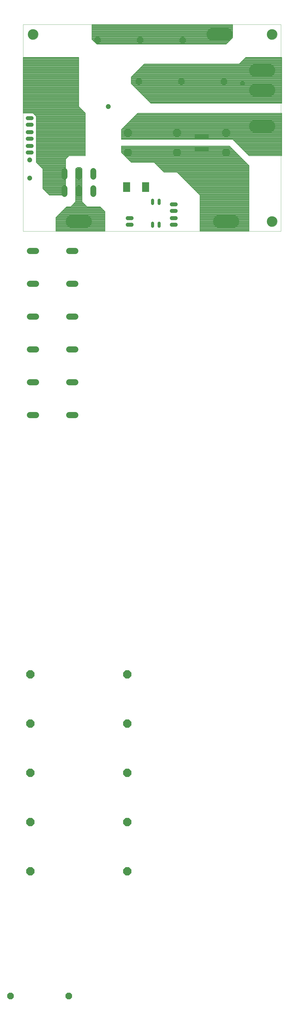
<source format=gbs>
G75*
%MOIN*%
%OFA0B0*%
%FSLAX25Y25*%
%IPPOS*%
%LPD*%
%AMOC8*
5,1,8,0,0,1.08239X$1,22.5*
%
%ADD10C,0.00000*%
%ADD11C,0.15748*%
%ADD12C,0.00787*%
%ADD13C,0.05906*%
%ADD14C,0.08850*%
%ADD15C,0.09450*%
%ADD16OC8,0.12400*%
%ADD17C,0.12400*%
%ADD18C,0.02000*%
%ADD19R,0.21654X0.07283*%
%ADD20C,0.20000*%
%ADD21C,0.07400*%
%ADD22OC8,0.10000*%
%ADD23R,0.11024X0.14961*%
%ADD24C,0.04800*%
D10*
X0028800Y1187300D02*
X0028800Y1502261D01*
X0422501Y1502261D01*
X0422501Y1187300D01*
X0028800Y1187300D01*
X0035926Y1487300D02*
X0035928Y1487493D01*
X0035935Y1487686D01*
X0035947Y1487879D01*
X0035964Y1488072D01*
X0035985Y1488264D01*
X0036011Y1488455D01*
X0036042Y1488646D01*
X0036077Y1488836D01*
X0036117Y1489025D01*
X0036162Y1489213D01*
X0036211Y1489400D01*
X0036265Y1489586D01*
X0036323Y1489770D01*
X0036386Y1489953D01*
X0036454Y1490134D01*
X0036525Y1490313D01*
X0036602Y1490491D01*
X0036682Y1490667D01*
X0036767Y1490840D01*
X0036856Y1491012D01*
X0036949Y1491181D01*
X0037046Y1491348D01*
X0037148Y1491513D01*
X0037253Y1491675D01*
X0037362Y1491834D01*
X0037476Y1491991D01*
X0037593Y1492144D01*
X0037713Y1492295D01*
X0037838Y1492443D01*
X0037966Y1492588D01*
X0038097Y1492729D01*
X0038232Y1492868D01*
X0038371Y1493003D01*
X0038512Y1493134D01*
X0038657Y1493262D01*
X0038805Y1493387D01*
X0038956Y1493507D01*
X0039109Y1493624D01*
X0039266Y1493738D01*
X0039425Y1493847D01*
X0039587Y1493952D01*
X0039752Y1494054D01*
X0039919Y1494151D01*
X0040088Y1494244D01*
X0040260Y1494333D01*
X0040433Y1494418D01*
X0040609Y1494498D01*
X0040787Y1494575D01*
X0040966Y1494646D01*
X0041147Y1494714D01*
X0041330Y1494777D01*
X0041514Y1494835D01*
X0041700Y1494889D01*
X0041887Y1494938D01*
X0042075Y1494983D01*
X0042264Y1495023D01*
X0042454Y1495058D01*
X0042645Y1495089D01*
X0042836Y1495115D01*
X0043028Y1495136D01*
X0043221Y1495153D01*
X0043414Y1495165D01*
X0043607Y1495172D01*
X0043800Y1495174D01*
X0043993Y1495172D01*
X0044186Y1495165D01*
X0044379Y1495153D01*
X0044572Y1495136D01*
X0044764Y1495115D01*
X0044955Y1495089D01*
X0045146Y1495058D01*
X0045336Y1495023D01*
X0045525Y1494983D01*
X0045713Y1494938D01*
X0045900Y1494889D01*
X0046086Y1494835D01*
X0046270Y1494777D01*
X0046453Y1494714D01*
X0046634Y1494646D01*
X0046813Y1494575D01*
X0046991Y1494498D01*
X0047167Y1494418D01*
X0047340Y1494333D01*
X0047512Y1494244D01*
X0047681Y1494151D01*
X0047848Y1494054D01*
X0048013Y1493952D01*
X0048175Y1493847D01*
X0048334Y1493738D01*
X0048491Y1493624D01*
X0048644Y1493507D01*
X0048795Y1493387D01*
X0048943Y1493262D01*
X0049088Y1493134D01*
X0049229Y1493003D01*
X0049368Y1492868D01*
X0049503Y1492729D01*
X0049634Y1492588D01*
X0049762Y1492443D01*
X0049887Y1492295D01*
X0050007Y1492144D01*
X0050124Y1491991D01*
X0050238Y1491834D01*
X0050347Y1491675D01*
X0050452Y1491513D01*
X0050554Y1491348D01*
X0050651Y1491181D01*
X0050744Y1491012D01*
X0050833Y1490840D01*
X0050918Y1490667D01*
X0050998Y1490491D01*
X0051075Y1490313D01*
X0051146Y1490134D01*
X0051214Y1489953D01*
X0051277Y1489770D01*
X0051335Y1489586D01*
X0051389Y1489400D01*
X0051438Y1489213D01*
X0051483Y1489025D01*
X0051523Y1488836D01*
X0051558Y1488646D01*
X0051589Y1488455D01*
X0051615Y1488264D01*
X0051636Y1488072D01*
X0051653Y1487879D01*
X0051665Y1487686D01*
X0051672Y1487493D01*
X0051674Y1487300D01*
X0051672Y1487107D01*
X0051665Y1486914D01*
X0051653Y1486721D01*
X0051636Y1486528D01*
X0051615Y1486336D01*
X0051589Y1486145D01*
X0051558Y1485954D01*
X0051523Y1485764D01*
X0051483Y1485575D01*
X0051438Y1485387D01*
X0051389Y1485200D01*
X0051335Y1485014D01*
X0051277Y1484830D01*
X0051214Y1484647D01*
X0051146Y1484466D01*
X0051075Y1484287D01*
X0050998Y1484109D01*
X0050918Y1483933D01*
X0050833Y1483760D01*
X0050744Y1483588D01*
X0050651Y1483419D01*
X0050554Y1483252D01*
X0050452Y1483087D01*
X0050347Y1482925D01*
X0050238Y1482766D01*
X0050124Y1482609D01*
X0050007Y1482456D01*
X0049887Y1482305D01*
X0049762Y1482157D01*
X0049634Y1482012D01*
X0049503Y1481871D01*
X0049368Y1481732D01*
X0049229Y1481597D01*
X0049088Y1481466D01*
X0048943Y1481338D01*
X0048795Y1481213D01*
X0048644Y1481093D01*
X0048491Y1480976D01*
X0048334Y1480862D01*
X0048175Y1480753D01*
X0048013Y1480648D01*
X0047848Y1480546D01*
X0047681Y1480449D01*
X0047512Y1480356D01*
X0047340Y1480267D01*
X0047167Y1480182D01*
X0046991Y1480102D01*
X0046813Y1480025D01*
X0046634Y1479954D01*
X0046453Y1479886D01*
X0046270Y1479823D01*
X0046086Y1479765D01*
X0045900Y1479711D01*
X0045713Y1479662D01*
X0045525Y1479617D01*
X0045336Y1479577D01*
X0045146Y1479542D01*
X0044955Y1479511D01*
X0044764Y1479485D01*
X0044572Y1479464D01*
X0044379Y1479447D01*
X0044186Y1479435D01*
X0043993Y1479428D01*
X0043800Y1479426D01*
X0043607Y1479428D01*
X0043414Y1479435D01*
X0043221Y1479447D01*
X0043028Y1479464D01*
X0042836Y1479485D01*
X0042645Y1479511D01*
X0042454Y1479542D01*
X0042264Y1479577D01*
X0042075Y1479617D01*
X0041887Y1479662D01*
X0041700Y1479711D01*
X0041514Y1479765D01*
X0041330Y1479823D01*
X0041147Y1479886D01*
X0040966Y1479954D01*
X0040787Y1480025D01*
X0040609Y1480102D01*
X0040433Y1480182D01*
X0040260Y1480267D01*
X0040088Y1480356D01*
X0039919Y1480449D01*
X0039752Y1480546D01*
X0039587Y1480648D01*
X0039425Y1480753D01*
X0039266Y1480862D01*
X0039109Y1480976D01*
X0038956Y1481093D01*
X0038805Y1481213D01*
X0038657Y1481338D01*
X0038512Y1481466D01*
X0038371Y1481597D01*
X0038232Y1481732D01*
X0038097Y1481871D01*
X0037966Y1482012D01*
X0037838Y1482157D01*
X0037713Y1482305D01*
X0037593Y1482456D01*
X0037476Y1482609D01*
X0037362Y1482766D01*
X0037253Y1482925D01*
X0037148Y1483087D01*
X0037046Y1483252D01*
X0036949Y1483419D01*
X0036856Y1483588D01*
X0036767Y1483760D01*
X0036682Y1483933D01*
X0036602Y1484109D01*
X0036525Y1484287D01*
X0036454Y1484466D01*
X0036386Y1484647D01*
X0036323Y1484830D01*
X0036265Y1485014D01*
X0036211Y1485200D01*
X0036162Y1485387D01*
X0036117Y1485575D01*
X0036077Y1485764D01*
X0036042Y1485954D01*
X0036011Y1486145D01*
X0035985Y1486336D01*
X0035964Y1486528D01*
X0035947Y1486721D01*
X0035935Y1486914D01*
X0035928Y1487107D01*
X0035926Y1487300D01*
X0400926Y1487300D02*
X0400928Y1487493D01*
X0400935Y1487686D01*
X0400947Y1487879D01*
X0400964Y1488072D01*
X0400985Y1488264D01*
X0401011Y1488455D01*
X0401042Y1488646D01*
X0401077Y1488836D01*
X0401117Y1489025D01*
X0401162Y1489213D01*
X0401211Y1489400D01*
X0401265Y1489586D01*
X0401323Y1489770D01*
X0401386Y1489953D01*
X0401454Y1490134D01*
X0401525Y1490313D01*
X0401602Y1490491D01*
X0401682Y1490667D01*
X0401767Y1490840D01*
X0401856Y1491012D01*
X0401949Y1491181D01*
X0402046Y1491348D01*
X0402148Y1491513D01*
X0402253Y1491675D01*
X0402362Y1491834D01*
X0402476Y1491991D01*
X0402593Y1492144D01*
X0402713Y1492295D01*
X0402838Y1492443D01*
X0402966Y1492588D01*
X0403097Y1492729D01*
X0403232Y1492868D01*
X0403371Y1493003D01*
X0403512Y1493134D01*
X0403657Y1493262D01*
X0403805Y1493387D01*
X0403956Y1493507D01*
X0404109Y1493624D01*
X0404266Y1493738D01*
X0404425Y1493847D01*
X0404587Y1493952D01*
X0404752Y1494054D01*
X0404919Y1494151D01*
X0405088Y1494244D01*
X0405260Y1494333D01*
X0405433Y1494418D01*
X0405609Y1494498D01*
X0405787Y1494575D01*
X0405966Y1494646D01*
X0406147Y1494714D01*
X0406330Y1494777D01*
X0406514Y1494835D01*
X0406700Y1494889D01*
X0406887Y1494938D01*
X0407075Y1494983D01*
X0407264Y1495023D01*
X0407454Y1495058D01*
X0407645Y1495089D01*
X0407836Y1495115D01*
X0408028Y1495136D01*
X0408221Y1495153D01*
X0408414Y1495165D01*
X0408607Y1495172D01*
X0408800Y1495174D01*
X0408993Y1495172D01*
X0409186Y1495165D01*
X0409379Y1495153D01*
X0409572Y1495136D01*
X0409764Y1495115D01*
X0409955Y1495089D01*
X0410146Y1495058D01*
X0410336Y1495023D01*
X0410525Y1494983D01*
X0410713Y1494938D01*
X0410900Y1494889D01*
X0411086Y1494835D01*
X0411270Y1494777D01*
X0411453Y1494714D01*
X0411634Y1494646D01*
X0411813Y1494575D01*
X0411991Y1494498D01*
X0412167Y1494418D01*
X0412340Y1494333D01*
X0412512Y1494244D01*
X0412681Y1494151D01*
X0412848Y1494054D01*
X0413013Y1493952D01*
X0413175Y1493847D01*
X0413334Y1493738D01*
X0413491Y1493624D01*
X0413644Y1493507D01*
X0413795Y1493387D01*
X0413943Y1493262D01*
X0414088Y1493134D01*
X0414229Y1493003D01*
X0414368Y1492868D01*
X0414503Y1492729D01*
X0414634Y1492588D01*
X0414762Y1492443D01*
X0414887Y1492295D01*
X0415007Y1492144D01*
X0415124Y1491991D01*
X0415238Y1491834D01*
X0415347Y1491675D01*
X0415452Y1491513D01*
X0415554Y1491348D01*
X0415651Y1491181D01*
X0415744Y1491012D01*
X0415833Y1490840D01*
X0415918Y1490667D01*
X0415998Y1490491D01*
X0416075Y1490313D01*
X0416146Y1490134D01*
X0416214Y1489953D01*
X0416277Y1489770D01*
X0416335Y1489586D01*
X0416389Y1489400D01*
X0416438Y1489213D01*
X0416483Y1489025D01*
X0416523Y1488836D01*
X0416558Y1488646D01*
X0416589Y1488455D01*
X0416615Y1488264D01*
X0416636Y1488072D01*
X0416653Y1487879D01*
X0416665Y1487686D01*
X0416672Y1487493D01*
X0416674Y1487300D01*
X0416672Y1487107D01*
X0416665Y1486914D01*
X0416653Y1486721D01*
X0416636Y1486528D01*
X0416615Y1486336D01*
X0416589Y1486145D01*
X0416558Y1485954D01*
X0416523Y1485764D01*
X0416483Y1485575D01*
X0416438Y1485387D01*
X0416389Y1485200D01*
X0416335Y1485014D01*
X0416277Y1484830D01*
X0416214Y1484647D01*
X0416146Y1484466D01*
X0416075Y1484287D01*
X0415998Y1484109D01*
X0415918Y1483933D01*
X0415833Y1483760D01*
X0415744Y1483588D01*
X0415651Y1483419D01*
X0415554Y1483252D01*
X0415452Y1483087D01*
X0415347Y1482925D01*
X0415238Y1482766D01*
X0415124Y1482609D01*
X0415007Y1482456D01*
X0414887Y1482305D01*
X0414762Y1482157D01*
X0414634Y1482012D01*
X0414503Y1481871D01*
X0414368Y1481732D01*
X0414229Y1481597D01*
X0414088Y1481466D01*
X0413943Y1481338D01*
X0413795Y1481213D01*
X0413644Y1481093D01*
X0413491Y1480976D01*
X0413334Y1480862D01*
X0413175Y1480753D01*
X0413013Y1480648D01*
X0412848Y1480546D01*
X0412681Y1480449D01*
X0412512Y1480356D01*
X0412340Y1480267D01*
X0412167Y1480182D01*
X0411991Y1480102D01*
X0411813Y1480025D01*
X0411634Y1479954D01*
X0411453Y1479886D01*
X0411270Y1479823D01*
X0411086Y1479765D01*
X0410900Y1479711D01*
X0410713Y1479662D01*
X0410525Y1479617D01*
X0410336Y1479577D01*
X0410146Y1479542D01*
X0409955Y1479511D01*
X0409764Y1479485D01*
X0409572Y1479464D01*
X0409379Y1479447D01*
X0409186Y1479435D01*
X0408993Y1479428D01*
X0408800Y1479426D01*
X0408607Y1479428D01*
X0408414Y1479435D01*
X0408221Y1479447D01*
X0408028Y1479464D01*
X0407836Y1479485D01*
X0407645Y1479511D01*
X0407454Y1479542D01*
X0407264Y1479577D01*
X0407075Y1479617D01*
X0406887Y1479662D01*
X0406700Y1479711D01*
X0406514Y1479765D01*
X0406330Y1479823D01*
X0406147Y1479886D01*
X0405966Y1479954D01*
X0405787Y1480025D01*
X0405609Y1480102D01*
X0405433Y1480182D01*
X0405260Y1480267D01*
X0405088Y1480356D01*
X0404919Y1480449D01*
X0404752Y1480546D01*
X0404587Y1480648D01*
X0404425Y1480753D01*
X0404266Y1480862D01*
X0404109Y1480976D01*
X0403956Y1481093D01*
X0403805Y1481213D01*
X0403657Y1481338D01*
X0403512Y1481466D01*
X0403371Y1481597D01*
X0403232Y1481732D01*
X0403097Y1481871D01*
X0402966Y1482012D01*
X0402838Y1482157D01*
X0402713Y1482305D01*
X0402593Y1482456D01*
X0402476Y1482609D01*
X0402362Y1482766D01*
X0402253Y1482925D01*
X0402148Y1483087D01*
X0402046Y1483252D01*
X0401949Y1483419D01*
X0401856Y1483588D01*
X0401767Y1483760D01*
X0401682Y1483933D01*
X0401602Y1484109D01*
X0401525Y1484287D01*
X0401454Y1484466D01*
X0401386Y1484647D01*
X0401323Y1484830D01*
X0401265Y1485014D01*
X0401211Y1485200D01*
X0401162Y1485387D01*
X0401117Y1485575D01*
X0401077Y1485764D01*
X0401042Y1485954D01*
X0401011Y1486145D01*
X0400985Y1486336D01*
X0400964Y1486528D01*
X0400947Y1486721D01*
X0400935Y1486914D01*
X0400928Y1487107D01*
X0400926Y1487300D01*
X0400926Y1202300D02*
X0400928Y1202493D01*
X0400935Y1202686D01*
X0400947Y1202879D01*
X0400964Y1203072D01*
X0400985Y1203264D01*
X0401011Y1203455D01*
X0401042Y1203646D01*
X0401077Y1203836D01*
X0401117Y1204025D01*
X0401162Y1204213D01*
X0401211Y1204400D01*
X0401265Y1204586D01*
X0401323Y1204770D01*
X0401386Y1204953D01*
X0401454Y1205134D01*
X0401525Y1205313D01*
X0401602Y1205491D01*
X0401682Y1205667D01*
X0401767Y1205840D01*
X0401856Y1206012D01*
X0401949Y1206181D01*
X0402046Y1206348D01*
X0402148Y1206513D01*
X0402253Y1206675D01*
X0402362Y1206834D01*
X0402476Y1206991D01*
X0402593Y1207144D01*
X0402713Y1207295D01*
X0402838Y1207443D01*
X0402966Y1207588D01*
X0403097Y1207729D01*
X0403232Y1207868D01*
X0403371Y1208003D01*
X0403512Y1208134D01*
X0403657Y1208262D01*
X0403805Y1208387D01*
X0403956Y1208507D01*
X0404109Y1208624D01*
X0404266Y1208738D01*
X0404425Y1208847D01*
X0404587Y1208952D01*
X0404752Y1209054D01*
X0404919Y1209151D01*
X0405088Y1209244D01*
X0405260Y1209333D01*
X0405433Y1209418D01*
X0405609Y1209498D01*
X0405787Y1209575D01*
X0405966Y1209646D01*
X0406147Y1209714D01*
X0406330Y1209777D01*
X0406514Y1209835D01*
X0406700Y1209889D01*
X0406887Y1209938D01*
X0407075Y1209983D01*
X0407264Y1210023D01*
X0407454Y1210058D01*
X0407645Y1210089D01*
X0407836Y1210115D01*
X0408028Y1210136D01*
X0408221Y1210153D01*
X0408414Y1210165D01*
X0408607Y1210172D01*
X0408800Y1210174D01*
X0408993Y1210172D01*
X0409186Y1210165D01*
X0409379Y1210153D01*
X0409572Y1210136D01*
X0409764Y1210115D01*
X0409955Y1210089D01*
X0410146Y1210058D01*
X0410336Y1210023D01*
X0410525Y1209983D01*
X0410713Y1209938D01*
X0410900Y1209889D01*
X0411086Y1209835D01*
X0411270Y1209777D01*
X0411453Y1209714D01*
X0411634Y1209646D01*
X0411813Y1209575D01*
X0411991Y1209498D01*
X0412167Y1209418D01*
X0412340Y1209333D01*
X0412512Y1209244D01*
X0412681Y1209151D01*
X0412848Y1209054D01*
X0413013Y1208952D01*
X0413175Y1208847D01*
X0413334Y1208738D01*
X0413491Y1208624D01*
X0413644Y1208507D01*
X0413795Y1208387D01*
X0413943Y1208262D01*
X0414088Y1208134D01*
X0414229Y1208003D01*
X0414368Y1207868D01*
X0414503Y1207729D01*
X0414634Y1207588D01*
X0414762Y1207443D01*
X0414887Y1207295D01*
X0415007Y1207144D01*
X0415124Y1206991D01*
X0415238Y1206834D01*
X0415347Y1206675D01*
X0415452Y1206513D01*
X0415554Y1206348D01*
X0415651Y1206181D01*
X0415744Y1206012D01*
X0415833Y1205840D01*
X0415918Y1205667D01*
X0415998Y1205491D01*
X0416075Y1205313D01*
X0416146Y1205134D01*
X0416214Y1204953D01*
X0416277Y1204770D01*
X0416335Y1204586D01*
X0416389Y1204400D01*
X0416438Y1204213D01*
X0416483Y1204025D01*
X0416523Y1203836D01*
X0416558Y1203646D01*
X0416589Y1203455D01*
X0416615Y1203264D01*
X0416636Y1203072D01*
X0416653Y1202879D01*
X0416665Y1202686D01*
X0416672Y1202493D01*
X0416674Y1202300D01*
X0416672Y1202107D01*
X0416665Y1201914D01*
X0416653Y1201721D01*
X0416636Y1201528D01*
X0416615Y1201336D01*
X0416589Y1201145D01*
X0416558Y1200954D01*
X0416523Y1200764D01*
X0416483Y1200575D01*
X0416438Y1200387D01*
X0416389Y1200200D01*
X0416335Y1200014D01*
X0416277Y1199830D01*
X0416214Y1199647D01*
X0416146Y1199466D01*
X0416075Y1199287D01*
X0415998Y1199109D01*
X0415918Y1198933D01*
X0415833Y1198760D01*
X0415744Y1198588D01*
X0415651Y1198419D01*
X0415554Y1198252D01*
X0415452Y1198087D01*
X0415347Y1197925D01*
X0415238Y1197766D01*
X0415124Y1197609D01*
X0415007Y1197456D01*
X0414887Y1197305D01*
X0414762Y1197157D01*
X0414634Y1197012D01*
X0414503Y1196871D01*
X0414368Y1196732D01*
X0414229Y1196597D01*
X0414088Y1196466D01*
X0413943Y1196338D01*
X0413795Y1196213D01*
X0413644Y1196093D01*
X0413491Y1195976D01*
X0413334Y1195862D01*
X0413175Y1195753D01*
X0413013Y1195648D01*
X0412848Y1195546D01*
X0412681Y1195449D01*
X0412512Y1195356D01*
X0412340Y1195267D01*
X0412167Y1195182D01*
X0411991Y1195102D01*
X0411813Y1195025D01*
X0411634Y1194954D01*
X0411453Y1194886D01*
X0411270Y1194823D01*
X0411086Y1194765D01*
X0410900Y1194711D01*
X0410713Y1194662D01*
X0410525Y1194617D01*
X0410336Y1194577D01*
X0410146Y1194542D01*
X0409955Y1194511D01*
X0409764Y1194485D01*
X0409572Y1194464D01*
X0409379Y1194447D01*
X0409186Y1194435D01*
X0408993Y1194428D01*
X0408800Y1194426D01*
X0408607Y1194428D01*
X0408414Y1194435D01*
X0408221Y1194447D01*
X0408028Y1194464D01*
X0407836Y1194485D01*
X0407645Y1194511D01*
X0407454Y1194542D01*
X0407264Y1194577D01*
X0407075Y1194617D01*
X0406887Y1194662D01*
X0406700Y1194711D01*
X0406514Y1194765D01*
X0406330Y1194823D01*
X0406147Y1194886D01*
X0405966Y1194954D01*
X0405787Y1195025D01*
X0405609Y1195102D01*
X0405433Y1195182D01*
X0405260Y1195267D01*
X0405088Y1195356D01*
X0404919Y1195449D01*
X0404752Y1195546D01*
X0404587Y1195648D01*
X0404425Y1195753D01*
X0404266Y1195862D01*
X0404109Y1195976D01*
X0403956Y1196093D01*
X0403805Y1196213D01*
X0403657Y1196338D01*
X0403512Y1196466D01*
X0403371Y1196597D01*
X0403232Y1196732D01*
X0403097Y1196871D01*
X0402966Y1197012D01*
X0402838Y1197157D01*
X0402713Y1197305D01*
X0402593Y1197456D01*
X0402476Y1197609D01*
X0402362Y1197766D01*
X0402253Y1197925D01*
X0402148Y1198087D01*
X0402046Y1198252D01*
X0401949Y1198419D01*
X0401856Y1198588D01*
X0401767Y1198760D01*
X0401682Y1198933D01*
X0401602Y1199109D01*
X0401525Y1199287D01*
X0401454Y1199466D01*
X0401386Y1199647D01*
X0401323Y1199830D01*
X0401265Y1200014D01*
X0401211Y1200200D01*
X0401162Y1200387D01*
X0401117Y1200575D01*
X0401077Y1200764D01*
X0401042Y1200954D01*
X0401011Y1201145D01*
X0400985Y1201336D01*
X0400964Y1201528D01*
X0400947Y1201721D01*
X0400935Y1201914D01*
X0400928Y1202107D01*
X0400926Y1202300D01*
D11*
X0408800Y1202300D03*
X0408800Y1487300D03*
X0043800Y1487300D03*
D12*
X0028800Y1452300D02*
X0113800Y1452300D01*
X0113800Y1377300D01*
X0123800Y1367300D01*
X0123800Y1302300D01*
X0098800Y1302300D01*
X0093800Y1297300D01*
X0093800Y1242300D01*
X0068800Y1242300D01*
X0058800Y1252300D01*
X0058800Y1282300D01*
X0048800Y1292300D01*
X0048800Y1362300D01*
X0043800Y1367300D01*
X0028800Y1367300D01*
X0028800Y1452300D01*
X0028800Y1452153D02*
X0113800Y1452153D01*
X0113800Y1451367D02*
X0028800Y1451367D01*
X0028800Y1450581D02*
X0113800Y1450581D01*
X0113800Y1449795D02*
X0028800Y1449795D01*
X0028800Y1449009D02*
X0113800Y1449009D01*
X0113800Y1448223D02*
X0028800Y1448223D01*
X0028800Y1447437D02*
X0113800Y1447437D01*
X0113800Y1446651D02*
X0028800Y1446651D01*
X0028800Y1445865D02*
X0113800Y1445865D01*
X0113800Y1445079D02*
X0028800Y1445079D01*
X0028800Y1444294D02*
X0113800Y1444294D01*
X0113800Y1443508D02*
X0028800Y1443508D01*
X0028800Y1442722D02*
X0113800Y1442722D01*
X0113800Y1441936D02*
X0028800Y1441936D01*
X0028800Y1441150D02*
X0113800Y1441150D01*
X0113800Y1440364D02*
X0028800Y1440364D01*
X0028800Y1439578D02*
X0113800Y1439578D01*
X0113800Y1438792D02*
X0028800Y1438792D01*
X0028800Y1438006D02*
X0113800Y1438006D01*
X0113800Y1437220D02*
X0028800Y1437220D01*
X0028800Y1436434D02*
X0113800Y1436434D01*
X0113800Y1435648D02*
X0028800Y1435648D01*
X0028800Y1434863D02*
X0113800Y1434863D01*
X0113800Y1434077D02*
X0028800Y1434077D01*
X0028800Y1433291D02*
X0113800Y1433291D01*
X0113800Y1432505D02*
X0028800Y1432505D01*
X0028800Y1431719D02*
X0113800Y1431719D01*
X0113800Y1430933D02*
X0028800Y1430933D01*
X0028800Y1430147D02*
X0113800Y1430147D01*
X0113800Y1429361D02*
X0028800Y1429361D01*
X0028800Y1428575D02*
X0113800Y1428575D01*
X0113800Y1427789D02*
X0028800Y1427789D01*
X0028800Y1427003D02*
X0113800Y1427003D01*
X0113800Y1426218D02*
X0028800Y1426218D01*
X0028800Y1425432D02*
X0113800Y1425432D01*
X0113800Y1424646D02*
X0028800Y1424646D01*
X0028800Y1423860D02*
X0113800Y1423860D01*
X0113800Y1423074D02*
X0028800Y1423074D01*
X0028800Y1422288D02*
X0113800Y1422288D01*
X0113800Y1421502D02*
X0028800Y1421502D01*
X0028800Y1420716D02*
X0113800Y1420716D01*
X0113800Y1419930D02*
X0028800Y1419930D01*
X0028800Y1419144D02*
X0113800Y1419144D01*
X0113800Y1418358D02*
X0028800Y1418358D01*
X0028800Y1417572D02*
X0113800Y1417572D01*
X0113800Y1416787D02*
X0028800Y1416787D01*
X0028800Y1416001D02*
X0113800Y1416001D01*
X0113800Y1415215D02*
X0028800Y1415215D01*
X0028800Y1414429D02*
X0113800Y1414429D01*
X0113800Y1413643D02*
X0028800Y1413643D01*
X0028800Y1412857D02*
X0113800Y1412857D01*
X0113800Y1412071D02*
X0028800Y1412071D01*
X0028800Y1411285D02*
X0113800Y1411285D01*
X0113800Y1410499D02*
X0028800Y1410499D01*
X0028800Y1409713D02*
X0113800Y1409713D01*
X0113800Y1408927D02*
X0028800Y1408927D01*
X0028800Y1408142D02*
X0113800Y1408142D01*
X0113800Y1407356D02*
X0028800Y1407356D01*
X0028800Y1406570D02*
X0113800Y1406570D01*
X0113800Y1405784D02*
X0028800Y1405784D01*
X0028800Y1404998D02*
X0113800Y1404998D01*
X0113800Y1404212D02*
X0028800Y1404212D01*
X0028800Y1403426D02*
X0113800Y1403426D01*
X0113800Y1402640D02*
X0028800Y1402640D01*
X0028800Y1401854D02*
X0113800Y1401854D01*
X0113800Y1401068D02*
X0028800Y1401068D01*
X0028800Y1400282D02*
X0113800Y1400282D01*
X0113800Y1399496D02*
X0028800Y1399496D01*
X0028800Y1398711D02*
X0113800Y1398711D01*
X0113800Y1397925D02*
X0028800Y1397925D01*
X0028800Y1397139D02*
X0113800Y1397139D01*
X0113800Y1396353D02*
X0028800Y1396353D01*
X0028800Y1395567D02*
X0113800Y1395567D01*
X0113800Y1394781D02*
X0028800Y1394781D01*
X0028800Y1393995D02*
X0113800Y1393995D01*
X0113800Y1393209D02*
X0028800Y1393209D01*
X0028800Y1392423D02*
X0113800Y1392423D01*
X0113800Y1391637D02*
X0028800Y1391637D01*
X0028800Y1390851D02*
X0113800Y1390851D01*
X0113800Y1390066D02*
X0028800Y1390066D01*
X0028800Y1389280D02*
X0113800Y1389280D01*
X0113800Y1388494D02*
X0028800Y1388494D01*
X0028800Y1387708D02*
X0113800Y1387708D01*
X0113800Y1386922D02*
X0028800Y1386922D01*
X0028800Y1386136D02*
X0113800Y1386136D01*
X0113800Y1385350D02*
X0028800Y1385350D01*
X0028800Y1384564D02*
X0113800Y1384564D01*
X0113800Y1383778D02*
X0028800Y1383778D01*
X0028800Y1382992D02*
X0113800Y1382992D01*
X0113800Y1382206D02*
X0028800Y1382206D01*
X0028800Y1381420D02*
X0113800Y1381420D01*
X0113800Y1380635D02*
X0028800Y1380635D01*
X0028800Y1379849D02*
X0113800Y1379849D01*
X0113800Y1379063D02*
X0028800Y1379063D01*
X0028800Y1378277D02*
X0113800Y1378277D01*
X0113800Y1377491D02*
X0028800Y1377491D01*
X0028800Y1376705D02*
X0114395Y1376705D01*
X0115181Y1375919D02*
X0028800Y1375919D01*
X0028800Y1375133D02*
X0115967Y1375133D01*
X0116753Y1374347D02*
X0028800Y1374347D01*
X0028800Y1373561D02*
X0117539Y1373561D01*
X0118325Y1372775D02*
X0028800Y1372775D01*
X0028800Y1371990D02*
X0119110Y1371990D01*
X0119896Y1371204D02*
X0028800Y1371204D01*
X0028800Y1370418D02*
X0120682Y1370418D01*
X0121468Y1369632D02*
X0028800Y1369632D01*
X0028800Y1368846D02*
X0122254Y1368846D01*
X0123040Y1368060D02*
X0028800Y1368060D01*
X0043826Y1367274D02*
X0123800Y1367274D01*
X0123800Y1366488D02*
X0044612Y1366488D01*
X0045398Y1365702D02*
X0123800Y1365702D01*
X0123800Y1364916D02*
X0046184Y1364916D01*
X0046970Y1364130D02*
X0123800Y1364130D01*
X0123800Y1363344D02*
X0047756Y1363344D01*
X0048541Y1362559D02*
X0123800Y1362559D01*
X0123800Y1361773D02*
X0048800Y1361773D01*
X0048800Y1360987D02*
X0123800Y1360987D01*
X0123800Y1360201D02*
X0048800Y1360201D01*
X0048800Y1359415D02*
X0123800Y1359415D01*
X0123800Y1358629D02*
X0048800Y1358629D01*
X0048800Y1357843D02*
X0123800Y1357843D01*
X0123800Y1357057D02*
X0048800Y1357057D01*
X0048800Y1356271D02*
X0123800Y1356271D01*
X0123800Y1355485D02*
X0048800Y1355485D01*
X0048800Y1354699D02*
X0123800Y1354699D01*
X0123800Y1353914D02*
X0048800Y1353914D01*
X0048800Y1353128D02*
X0123800Y1353128D01*
X0123800Y1352342D02*
X0048800Y1352342D01*
X0048800Y1351556D02*
X0123800Y1351556D01*
X0123800Y1350770D02*
X0048800Y1350770D01*
X0048800Y1349984D02*
X0123800Y1349984D01*
X0123800Y1349198D02*
X0048800Y1349198D01*
X0048800Y1348412D02*
X0123800Y1348412D01*
X0123800Y1347626D02*
X0048800Y1347626D01*
X0048800Y1346840D02*
X0123800Y1346840D01*
X0123800Y1346054D02*
X0048800Y1346054D01*
X0048800Y1345268D02*
X0123800Y1345268D01*
X0123800Y1344483D02*
X0048800Y1344483D01*
X0048800Y1343697D02*
X0123800Y1343697D01*
X0123800Y1342911D02*
X0048800Y1342911D01*
X0048800Y1342125D02*
X0123800Y1342125D01*
X0123800Y1341339D02*
X0048800Y1341339D01*
X0048800Y1340553D02*
X0123800Y1340553D01*
X0123800Y1339767D02*
X0048800Y1339767D01*
X0048800Y1338981D02*
X0123800Y1338981D01*
X0123800Y1338195D02*
X0048800Y1338195D01*
X0048800Y1337409D02*
X0123800Y1337409D01*
X0123800Y1336623D02*
X0048800Y1336623D01*
X0048800Y1335838D02*
X0123800Y1335838D01*
X0123800Y1335052D02*
X0048800Y1335052D01*
X0048800Y1334266D02*
X0123800Y1334266D01*
X0123800Y1333480D02*
X0048800Y1333480D01*
X0048800Y1332694D02*
X0123800Y1332694D01*
X0123800Y1331908D02*
X0048800Y1331908D01*
X0048800Y1331122D02*
X0123800Y1331122D01*
X0123800Y1330336D02*
X0048800Y1330336D01*
X0048800Y1329550D02*
X0123800Y1329550D01*
X0123800Y1328764D02*
X0048800Y1328764D01*
X0048800Y1327978D02*
X0123800Y1327978D01*
X0123800Y1327192D02*
X0048800Y1327192D01*
X0048800Y1326407D02*
X0123800Y1326407D01*
X0123800Y1325621D02*
X0048800Y1325621D01*
X0048800Y1324835D02*
X0123800Y1324835D01*
X0123800Y1324049D02*
X0048800Y1324049D01*
X0048800Y1323263D02*
X0123800Y1323263D01*
X0123800Y1322477D02*
X0048800Y1322477D01*
X0048800Y1321691D02*
X0123800Y1321691D01*
X0123800Y1320905D02*
X0048800Y1320905D01*
X0048800Y1320119D02*
X0123800Y1320119D01*
X0123800Y1319333D02*
X0048800Y1319333D01*
X0048800Y1318547D02*
X0123800Y1318547D01*
X0123800Y1317762D02*
X0048800Y1317762D01*
X0048800Y1316976D02*
X0123800Y1316976D01*
X0123800Y1316190D02*
X0048800Y1316190D01*
X0048800Y1315404D02*
X0123800Y1315404D01*
X0123800Y1314618D02*
X0048800Y1314618D01*
X0048800Y1313832D02*
X0123800Y1313832D01*
X0123800Y1313046D02*
X0048800Y1313046D01*
X0048800Y1312260D02*
X0123800Y1312260D01*
X0123800Y1311474D02*
X0048800Y1311474D01*
X0048800Y1310688D02*
X0123800Y1310688D01*
X0123800Y1309902D02*
X0048800Y1309902D01*
X0048800Y1309116D02*
X0123800Y1309116D01*
X0123800Y1308331D02*
X0048800Y1308331D01*
X0048800Y1307545D02*
X0123800Y1307545D01*
X0123800Y1306759D02*
X0048800Y1306759D01*
X0048800Y1305973D02*
X0123800Y1305973D01*
X0123800Y1305187D02*
X0048800Y1305187D01*
X0048800Y1304401D02*
X0123800Y1304401D01*
X0123800Y1303615D02*
X0048800Y1303615D01*
X0048800Y1302829D02*
X0123800Y1302829D01*
X0116300Y1284800D02*
X0118800Y1282300D01*
X0118800Y1232300D01*
X0126300Y1224800D01*
X0146300Y1224800D01*
X0153800Y1217300D01*
X0153800Y1187300D01*
X0078800Y1187300D01*
X0153800Y1187300D01*
X0153800Y1188086D02*
X0078800Y1188086D01*
X0078800Y1188872D02*
X0153800Y1188872D01*
X0153800Y1189658D02*
X0078800Y1189658D01*
X0078800Y1190444D02*
X0153800Y1190444D01*
X0153800Y1191230D02*
X0078800Y1191230D01*
X0078800Y1192015D02*
X0153800Y1192015D01*
X0153800Y1192801D02*
X0078800Y1192801D01*
X0078800Y1193587D02*
X0153800Y1193587D01*
X0153800Y1194373D02*
X0078800Y1194373D01*
X0078800Y1195159D02*
X0153800Y1195159D01*
X0153800Y1195945D02*
X0078800Y1195945D01*
X0078800Y1196731D02*
X0153800Y1196731D01*
X0153800Y1197517D02*
X0078800Y1197517D01*
X0078800Y1198303D02*
X0153800Y1198303D01*
X0153800Y1199089D02*
X0078800Y1199089D01*
X0078800Y1199875D02*
X0153800Y1199875D01*
X0153800Y1200661D02*
X0078800Y1200661D01*
X0078800Y1201446D02*
X0153800Y1201446D01*
X0153800Y1202232D02*
X0078800Y1202232D01*
X0078800Y1203018D02*
X0153800Y1203018D01*
X0153800Y1203804D02*
X0078800Y1203804D01*
X0078800Y1204590D02*
X0153800Y1204590D01*
X0153800Y1205376D02*
X0078800Y1205376D01*
X0078800Y1206162D02*
X0153800Y1206162D01*
X0153800Y1206948D02*
X0078800Y1206948D01*
X0078800Y1207734D02*
X0153800Y1207734D01*
X0153800Y1208520D02*
X0078800Y1208520D01*
X0078800Y1208550D02*
X0095050Y1224800D01*
X0101300Y1224800D01*
X0108800Y1232300D01*
X0108800Y1282300D01*
X0111300Y1284800D01*
X0116300Y1284800D01*
X0116347Y1284753D02*
X0111253Y1284753D01*
X0110467Y1283967D02*
X0117133Y1283967D01*
X0117919Y1283181D02*
X0109681Y1283181D01*
X0108895Y1282395D02*
X0118705Y1282395D01*
X0118800Y1281610D02*
X0108800Y1281610D01*
X0108800Y1280824D02*
X0118800Y1280824D01*
X0118800Y1280038D02*
X0108800Y1280038D01*
X0108800Y1279252D02*
X0118800Y1279252D01*
X0118800Y1278466D02*
X0108800Y1278466D01*
X0108800Y1277680D02*
X0118800Y1277680D01*
X0118800Y1276894D02*
X0108800Y1276894D01*
X0108800Y1276108D02*
X0118800Y1276108D01*
X0118800Y1275322D02*
X0108800Y1275322D01*
X0108800Y1274536D02*
X0118800Y1274536D01*
X0118800Y1273750D02*
X0108800Y1273750D01*
X0108800Y1272965D02*
X0118800Y1272965D01*
X0118800Y1272179D02*
X0108800Y1272179D01*
X0108800Y1271393D02*
X0118800Y1271393D01*
X0118800Y1270607D02*
X0108800Y1270607D01*
X0108800Y1269821D02*
X0118800Y1269821D01*
X0118800Y1269035D02*
X0108800Y1269035D01*
X0108800Y1268249D02*
X0118800Y1268249D01*
X0118800Y1267463D02*
X0108800Y1267463D01*
X0108800Y1266677D02*
X0118800Y1266677D01*
X0118800Y1265891D02*
X0108800Y1265891D01*
X0108800Y1265105D02*
X0118800Y1265105D01*
X0118800Y1264319D02*
X0108800Y1264319D01*
X0108800Y1263534D02*
X0118800Y1263534D01*
X0118800Y1262748D02*
X0108800Y1262748D01*
X0108800Y1261962D02*
X0118800Y1261962D01*
X0118800Y1261176D02*
X0108800Y1261176D01*
X0108800Y1260390D02*
X0118800Y1260390D01*
X0118800Y1259604D02*
X0108800Y1259604D01*
X0108800Y1258818D02*
X0118800Y1258818D01*
X0118800Y1258032D02*
X0108800Y1258032D01*
X0108800Y1257246D02*
X0118800Y1257246D01*
X0118800Y1256460D02*
X0108800Y1256460D01*
X0108800Y1255674D02*
X0118800Y1255674D01*
X0118800Y1254889D02*
X0108800Y1254889D01*
X0108800Y1254103D02*
X0118800Y1254103D01*
X0118800Y1253317D02*
X0108800Y1253317D01*
X0108800Y1252531D02*
X0118800Y1252531D01*
X0118800Y1251745D02*
X0108800Y1251745D01*
X0108800Y1250959D02*
X0118800Y1250959D01*
X0118800Y1250173D02*
X0108800Y1250173D01*
X0108800Y1249387D02*
X0118800Y1249387D01*
X0118800Y1248601D02*
X0108800Y1248601D01*
X0108800Y1247815D02*
X0118800Y1247815D01*
X0118800Y1247029D02*
X0108800Y1247029D01*
X0108800Y1246243D02*
X0118800Y1246243D01*
X0118800Y1245458D02*
X0108800Y1245458D01*
X0108800Y1244672D02*
X0118800Y1244672D01*
X0118800Y1243886D02*
X0108800Y1243886D01*
X0108800Y1243100D02*
X0118800Y1243100D01*
X0118800Y1242314D02*
X0108800Y1242314D01*
X0108800Y1241528D02*
X0118800Y1241528D01*
X0118800Y1240742D02*
X0108800Y1240742D01*
X0108800Y1239956D02*
X0118800Y1239956D01*
X0118800Y1239170D02*
X0108800Y1239170D01*
X0108800Y1238384D02*
X0118800Y1238384D01*
X0118800Y1237598D02*
X0108800Y1237598D01*
X0108800Y1236813D02*
X0118800Y1236813D01*
X0118800Y1236027D02*
X0108800Y1236027D01*
X0108800Y1235241D02*
X0118800Y1235241D01*
X0118800Y1234455D02*
X0108800Y1234455D01*
X0108800Y1233669D02*
X0118800Y1233669D01*
X0118800Y1232883D02*
X0108800Y1232883D01*
X0108597Y1232097D02*
X0119003Y1232097D01*
X0119789Y1231311D02*
X0107811Y1231311D01*
X0107025Y1230525D02*
X0120575Y1230525D01*
X0121361Y1229739D02*
X0106239Y1229739D01*
X0105453Y1228953D02*
X0122147Y1228953D01*
X0122933Y1228167D02*
X0104667Y1228167D01*
X0103882Y1227382D02*
X0123718Y1227382D01*
X0124504Y1226596D02*
X0103096Y1226596D01*
X0102310Y1225810D02*
X0125290Y1225810D01*
X0126076Y1225024D02*
X0101524Y1225024D01*
X0094488Y1224238D02*
X0146862Y1224238D01*
X0147648Y1223452D02*
X0093702Y1223452D01*
X0092916Y1222666D02*
X0148434Y1222666D01*
X0149220Y1221880D02*
X0092130Y1221880D01*
X0091344Y1221094D02*
X0150006Y1221094D01*
X0150792Y1220308D02*
X0090558Y1220308D01*
X0089772Y1219522D02*
X0151578Y1219522D01*
X0152363Y1218737D02*
X0088987Y1218737D01*
X0088201Y1217951D02*
X0153149Y1217951D01*
X0153800Y1217165D02*
X0087415Y1217165D01*
X0086629Y1216379D02*
X0153800Y1216379D01*
X0153800Y1215593D02*
X0085843Y1215593D01*
X0085057Y1214807D02*
X0153800Y1214807D01*
X0153800Y1214021D02*
X0084271Y1214021D01*
X0083485Y1213235D02*
X0153800Y1213235D01*
X0153800Y1212449D02*
X0082699Y1212449D01*
X0081913Y1211663D02*
X0153800Y1211663D01*
X0153800Y1210877D02*
X0081127Y1210877D01*
X0080341Y1210091D02*
X0153800Y1210091D01*
X0153800Y1209306D02*
X0079556Y1209306D01*
X0078800Y1208550D02*
X0078800Y1187300D01*
X0068786Y1242314D02*
X0093800Y1242314D01*
X0093800Y1243100D02*
X0068000Y1243100D01*
X0067214Y1243886D02*
X0093800Y1243886D01*
X0093800Y1244672D02*
X0066428Y1244672D01*
X0065642Y1245458D02*
X0093800Y1245458D01*
X0093800Y1246243D02*
X0064857Y1246243D01*
X0064071Y1247029D02*
X0093800Y1247029D01*
X0093800Y1247815D02*
X0063285Y1247815D01*
X0062499Y1248601D02*
X0093800Y1248601D01*
X0093800Y1249387D02*
X0061713Y1249387D01*
X0060927Y1250173D02*
X0093800Y1250173D01*
X0093800Y1250959D02*
X0060141Y1250959D01*
X0059355Y1251745D02*
X0093800Y1251745D01*
X0093800Y1252531D02*
X0058800Y1252531D01*
X0058800Y1253317D02*
X0093800Y1253317D01*
X0093800Y1254103D02*
X0058800Y1254103D01*
X0058800Y1254889D02*
X0093800Y1254889D01*
X0093800Y1255674D02*
X0058800Y1255674D01*
X0058800Y1256460D02*
X0093800Y1256460D01*
X0093800Y1257246D02*
X0058800Y1257246D01*
X0058800Y1258032D02*
X0093800Y1258032D01*
X0093800Y1258818D02*
X0058800Y1258818D01*
X0058800Y1259604D02*
X0093800Y1259604D01*
X0093800Y1260390D02*
X0058800Y1260390D01*
X0058800Y1261176D02*
X0093800Y1261176D01*
X0093800Y1261962D02*
X0058800Y1261962D01*
X0058800Y1262748D02*
X0093800Y1262748D01*
X0093800Y1263534D02*
X0058800Y1263534D01*
X0058800Y1264319D02*
X0093800Y1264319D01*
X0093800Y1265105D02*
X0058800Y1265105D01*
X0058800Y1265891D02*
X0093800Y1265891D01*
X0093800Y1266677D02*
X0058800Y1266677D01*
X0058800Y1267463D02*
X0093800Y1267463D01*
X0093800Y1268249D02*
X0058800Y1268249D01*
X0058800Y1269035D02*
X0093800Y1269035D01*
X0093800Y1269821D02*
X0058800Y1269821D01*
X0058800Y1270607D02*
X0093800Y1270607D01*
X0093800Y1271393D02*
X0058800Y1271393D01*
X0058800Y1272179D02*
X0093800Y1272179D01*
X0093800Y1272965D02*
X0058800Y1272965D01*
X0058800Y1273750D02*
X0093800Y1273750D01*
X0093800Y1274536D02*
X0058800Y1274536D01*
X0058800Y1275322D02*
X0093800Y1275322D01*
X0093800Y1276108D02*
X0058800Y1276108D01*
X0058800Y1276894D02*
X0093800Y1276894D01*
X0093800Y1277680D02*
X0058800Y1277680D01*
X0058800Y1278466D02*
X0093800Y1278466D01*
X0093800Y1279252D02*
X0058800Y1279252D01*
X0058800Y1280038D02*
X0093800Y1280038D01*
X0093800Y1280824D02*
X0058800Y1280824D01*
X0058800Y1281610D02*
X0093800Y1281610D01*
X0093800Y1282395D02*
X0058705Y1282395D01*
X0057919Y1283181D02*
X0093800Y1283181D01*
X0093800Y1283967D02*
X0057133Y1283967D01*
X0056347Y1284753D02*
X0093800Y1284753D01*
X0093800Y1285539D02*
X0055561Y1285539D01*
X0054775Y1286325D02*
X0093800Y1286325D01*
X0093800Y1287111D02*
X0053989Y1287111D01*
X0053203Y1287897D02*
X0093800Y1287897D01*
X0093800Y1288683D02*
X0052417Y1288683D01*
X0051631Y1289469D02*
X0093800Y1289469D01*
X0093800Y1290255D02*
X0050845Y1290255D01*
X0050059Y1291041D02*
X0093800Y1291041D01*
X0093800Y1291826D02*
X0049274Y1291826D01*
X0048800Y1292612D02*
X0093800Y1292612D01*
X0093800Y1293398D02*
X0048800Y1293398D01*
X0048800Y1294184D02*
X0093800Y1294184D01*
X0093800Y1294970D02*
X0048800Y1294970D01*
X0048800Y1295756D02*
X0093800Y1295756D01*
X0093800Y1296542D02*
X0048800Y1296542D01*
X0048800Y1297328D02*
X0093828Y1297328D01*
X0094614Y1298114D02*
X0048800Y1298114D01*
X0048800Y1298900D02*
X0095400Y1298900D01*
X0096186Y1299686D02*
X0048800Y1299686D01*
X0048800Y1300471D02*
X0096971Y1300471D01*
X0097757Y1301257D02*
X0048800Y1301257D01*
X0048800Y1302043D02*
X0098543Y1302043D01*
X0141300Y1472300D02*
X0338800Y1472300D01*
X0348800Y1482300D01*
X0348800Y1502300D01*
X0133800Y1502300D01*
X0133800Y1479800D01*
X0141300Y1472300D01*
X0141014Y1472586D02*
X0339086Y1472586D01*
X0339872Y1473372D02*
X0140228Y1473372D01*
X0139442Y1474158D02*
X0340658Y1474158D01*
X0341444Y1474944D02*
X0138656Y1474944D01*
X0137870Y1475730D02*
X0342230Y1475730D01*
X0343016Y1476516D02*
X0137084Y1476516D01*
X0136298Y1477302D02*
X0343802Y1477302D01*
X0344588Y1478088D02*
X0135512Y1478088D01*
X0134726Y1478874D02*
X0345374Y1478874D01*
X0346160Y1479660D02*
X0133940Y1479660D01*
X0133800Y1480446D02*
X0346946Y1480446D01*
X0347731Y1481231D02*
X0133800Y1481231D01*
X0133800Y1482017D02*
X0348517Y1482017D01*
X0348800Y1482803D02*
X0133800Y1482803D01*
X0133800Y1483589D02*
X0348800Y1483589D01*
X0348800Y1484375D02*
X0133800Y1484375D01*
X0133800Y1485161D02*
X0348800Y1485161D01*
X0348800Y1485947D02*
X0133800Y1485947D01*
X0133800Y1486733D02*
X0348800Y1486733D01*
X0348800Y1487519D02*
X0133800Y1487519D01*
X0133800Y1488305D02*
X0348800Y1488305D01*
X0348800Y1489091D02*
X0133800Y1489091D01*
X0133800Y1489876D02*
X0348800Y1489876D01*
X0348800Y1490662D02*
X0133800Y1490662D01*
X0133800Y1491448D02*
X0348800Y1491448D01*
X0348800Y1492234D02*
X0133800Y1492234D01*
X0133800Y1493020D02*
X0348800Y1493020D01*
X0348800Y1493806D02*
X0133800Y1493806D01*
X0133800Y1494592D02*
X0348800Y1494592D01*
X0348800Y1495378D02*
X0133800Y1495378D01*
X0133800Y1496164D02*
X0348800Y1496164D01*
X0348800Y1496950D02*
X0133800Y1496950D01*
X0133800Y1497736D02*
X0348800Y1497736D01*
X0348800Y1498522D02*
X0133800Y1498522D01*
X0133800Y1499307D02*
X0348800Y1499307D01*
X0348800Y1500093D02*
X0133800Y1500093D01*
X0133800Y1500879D02*
X0348800Y1500879D01*
X0348800Y1501665D02*
X0133800Y1501665D01*
X0203800Y1367300D02*
X0178800Y1342300D01*
X0178800Y1327300D01*
X0348800Y1327300D01*
X0373800Y1302300D01*
X0423800Y1302300D01*
X0423800Y1367300D01*
X0203800Y1367300D01*
X0203774Y1367274D02*
X0423800Y1367274D01*
X0423800Y1366488D02*
X0202988Y1366488D01*
X0202202Y1365702D02*
X0423800Y1365702D01*
X0423800Y1364916D02*
X0201416Y1364916D01*
X0200630Y1364130D02*
X0423800Y1364130D01*
X0423800Y1363344D02*
X0199844Y1363344D01*
X0199059Y1362559D02*
X0423800Y1362559D01*
X0423800Y1361773D02*
X0198273Y1361773D01*
X0197487Y1360987D02*
X0423800Y1360987D01*
X0423800Y1360201D02*
X0196701Y1360201D01*
X0195915Y1359415D02*
X0423800Y1359415D01*
X0423800Y1358629D02*
X0195129Y1358629D01*
X0194343Y1357843D02*
X0423800Y1357843D01*
X0423800Y1357057D02*
X0193557Y1357057D01*
X0192771Y1356271D02*
X0423800Y1356271D01*
X0423800Y1355485D02*
X0191985Y1355485D01*
X0191199Y1354699D02*
X0423800Y1354699D01*
X0423800Y1353914D02*
X0190414Y1353914D01*
X0189628Y1353128D02*
X0423800Y1353128D01*
X0423800Y1352342D02*
X0188842Y1352342D01*
X0188056Y1351556D02*
X0423800Y1351556D01*
X0423800Y1350770D02*
X0187270Y1350770D01*
X0186484Y1349984D02*
X0423800Y1349984D01*
X0423800Y1349198D02*
X0185698Y1349198D01*
X0184912Y1348412D02*
X0423800Y1348412D01*
X0423800Y1347626D02*
X0184126Y1347626D01*
X0183340Y1346840D02*
X0423800Y1346840D01*
X0423800Y1346054D02*
X0182554Y1346054D01*
X0181768Y1345268D02*
X0423800Y1345268D01*
X0423800Y1344483D02*
X0180983Y1344483D01*
X0180197Y1343697D02*
X0423800Y1343697D01*
X0423800Y1342911D02*
X0179411Y1342911D01*
X0178800Y1342125D02*
X0423800Y1342125D01*
X0423800Y1341339D02*
X0178800Y1341339D01*
X0178800Y1340553D02*
X0423800Y1340553D01*
X0423800Y1339767D02*
X0178800Y1339767D01*
X0178800Y1338981D02*
X0423800Y1338981D01*
X0423800Y1338195D02*
X0178800Y1338195D01*
X0178800Y1337409D02*
X0423800Y1337409D01*
X0423800Y1336623D02*
X0178800Y1336623D01*
X0178800Y1335838D02*
X0423800Y1335838D01*
X0423800Y1335052D02*
X0178800Y1335052D01*
X0178800Y1334266D02*
X0423800Y1334266D01*
X0423800Y1333480D02*
X0178800Y1333480D01*
X0178800Y1332694D02*
X0423800Y1332694D01*
X0423800Y1331908D02*
X0178800Y1331908D01*
X0178800Y1331122D02*
X0423800Y1331122D01*
X0423800Y1330336D02*
X0178800Y1330336D01*
X0178800Y1329550D02*
X0423800Y1329550D01*
X0423800Y1328764D02*
X0178800Y1328764D01*
X0178800Y1327978D02*
X0423800Y1327978D01*
X0423800Y1327192D02*
X0348908Y1327192D01*
X0349693Y1326407D02*
X0423800Y1326407D01*
X0423800Y1325621D02*
X0350479Y1325621D01*
X0351265Y1324835D02*
X0423800Y1324835D01*
X0423800Y1324049D02*
X0352051Y1324049D01*
X0352837Y1323263D02*
X0423800Y1323263D01*
X0423800Y1322477D02*
X0353623Y1322477D01*
X0354409Y1321691D02*
X0423800Y1321691D01*
X0423800Y1320905D02*
X0355195Y1320905D01*
X0355981Y1320119D02*
X0423800Y1320119D01*
X0423800Y1319333D02*
X0356767Y1319333D01*
X0357553Y1318547D02*
X0423800Y1318547D01*
X0423800Y1317762D02*
X0358338Y1317762D01*
X0359124Y1316976D02*
X0423800Y1316976D01*
X0423800Y1316190D02*
X0359910Y1316190D01*
X0360696Y1315404D02*
X0423800Y1315404D01*
X0423800Y1314618D02*
X0361482Y1314618D01*
X0362268Y1313832D02*
X0423800Y1313832D01*
X0423800Y1313046D02*
X0363054Y1313046D01*
X0363840Y1312260D02*
X0423800Y1312260D01*
X0423800Y1311474D02*
X0364626Y1311474D01*
X0365412Y1310688D02*
X0423800Y1310688D01*
X0423800Y1309902D02*
X0366198Y1309902D01*
X0366984Y1309116D02*
X0423800Y1309116D01*
X0423800Y1308331D02*
X0367769Y1308331D01*
X0368555Y1307545D02*
X0423800Y1307545D01*
X0423800Y1306759D02*
X0369341Y1306759D01*
X0370127Y1305973D02*
X0423800Y1305973D01*
X0423800Y1305187D02*
X0370913Y1305187D01*
X0371699Y1304401D02*
X0423800Y1304401D01*
X0423800Y1303615D02*
X0372485Y1303615D01*
X0373271Y1302829D02*
X0423800Y1302829D01*
X0423800Y1382300D02*
X0423800Y1452300D01*
X0368800Y1452300D01*
X0358800Y1442300D01*
X0213800Y1442300D01*
X0193800Y1422300D01*
X0193800Y1412300D01*
X0223800Y1382300D01*
X0423800Y1382300D01*
X0423800Y1382992D02*
X0223108Y1382992D01*
X0222322Y1383778D02*
X0423800Y1383778D01*
X0423800Y1384564D02*
X0221536Y1384564D01*
X0220750Y1385350D02*
X0423800Y1385350D01*
X0423800Y1386136D02*
X0219964Y1386136D01*
X0219178Y1386922D02*
X0423800Y1386922D01*
X0423800Y1387708D02*
X0218392Y1387708D01*
X0217606Y1388494D02*
X0423800Y1388494D01*
X0423800Y1389280D02*
X0216820Y1389280D01*
X0216034Y1390066D02*
X0423800Y1390066D01*
X0423800Y1390851D02*
X0215249Y1390851D01*
X0214463Y1391637D02*
X0423800Y1391637D01*
X0423800Y1392423D02*
X0213677Y1392423D01*
X0212891Y1393209D02*
X0423800Y1393209D01*
X0423800Y1393995D02*
X0212105Y1393995D01*
X0211319Y1394781D02*
X0423800Y1394781D01*
X0423800Y1395567D02*
X0210533Y1395567D01*
X0209747Y1396353D02*
X0423800Y1396353D01*
X0423800Y1397139D02*
X0208961Y1397139D01*
X0208175Y1397925D02*
X0423800Y1397925D01*
X0423800Y1398711D02*
X0207389Y1398711D01*
X0206604Y1399496D02*
X0423800Y1399496D01*
X0423800Y1400282D02*
X0205818Y1400282D01*
X0205032Y1401068D02*
X0423800Y1401068D01*
X0423800Y1401854D02*
X0204246Y1401854D01*
X0203460Y1402640D02*
X0423800Y1402640D01*
X0423800Y1403426D02*
X0202674Y1403426D01*
X0201888Y1404212D02*
X0423800Y1404212D01*
X0423800Y1404998D02*
X0201102Y1404998D01*
X0200316Y1405784D02*
X0423800Y1405784D01*
X0423800Y1406570D02*
X0199530Y1406570D01*
X0198744Y1407356D02*
X0423800Y1407356D01*
X0423800Y1408142D02*
X0197958Y1408142D01*
X0197173Y1408927D02*
X0423800Y1408927D01*
X0423800Y1409713D02*
X0196387Y1409713D01*
X0195601Y1410499D02*
X0423800Y1410499D01*
X0423800Y1411285D02*
X0194815Y1411285D01*
X0194029Y1412071D02*
X0423800Y1412071D01*
X0423800Y1412857D02*
X0193800Y1412857D01*
X0193800Y1413643D02*
X0423800Y1413643D01*
X0423800Y1414429D02*
X0193800Y1414429D01*
X0193800Y1415215D02*
X0423800Y1415215D01*
X0423800Y1416001D02*
X0193800Y1416001D01*
X0193800Y1416787D02*
X0423800Y1416787D01*
X0423800Y1417572D02*
X0193800Y1417572D01*
X0193800Y1418358D02*
X0423800Y1418358D01*
X0423800Y1419144D02*
X0193800Y1419144D01*
X0193800Y1419930D02*
X0423800Y1419930D01*
X0423800Y1420716D02*
X0193800Y1420716D01*
X0193800Y1421502D02*
X0423800Y1421502D01*
X0423800Y1422288D02*
X0193800Y1422288D01*
X0194574Y1423074D02*
X0423800Y1423074D01*
X0423800Y1423860D02*
X0195360Y1423860D01*
X0196146Y1424646D02*
X0423800Y1424646D01*
X0423800Y1425432D02*
X0196932Y1425432D01*
X0197718Y1426218D02*
X0423800Y1426218D01*
X0423800Y1427003D02*
X0198503Y1427003D01*
X0199289Y1427789D02*
X0423800Y1427789D01*
X0423800Y1428575D02*
X0200075Y1428575D01*
X0200861Y1429361D02*
X0423800Y1429361D01*
X0423800Y1430147D02*
X0201647Y1430147D01*
X0202433Y1430933D02*
X0423800Y1430933D01*
X0423800Y1431719D02*
X0203219Y1431719D01*
X0204005Y1432505D02*
X0423800Y1432505D01*
X0423800Y1433291D02*
X0204791Y1433291D01*
X0205577Y1434077D02*
X0423800Y1434077D01*
X0423800Y1434863D02*
X0206363Y1434863D01*
X0207148Y1435648D02*
X0423800Y1435648D01*
X0423800Y1436434D02*
X0207934Y1436434D01*
X0208720Y1437220D02*
X0423800Y1437220D01*
X0423800Y1438006D02*
X0209506Y1438006D01*
X0210292Y1438792D02*
X0423800Y1438792D01*
X0423800Y1439578D02*
X0211078Y1439578D01*
X0211864Y1440364D02*
X0423800Y1440364D01*
X0423800Y1441150D02*
X0212650Y1441150D01*
X0213436Y1441936D02*
X0423800Y1441936D01*
X0423800Y1442722D02*
X0359222Y1442722D01*
X0360008Y1443508D02*
X0423800Y1443508D01*
X0423800Y1444294D02*
X0360794Y1444294D01*
X0361579Y1445079D02*
X0423800Y1445079D01*
X0423800Y1445865D02*
X0362365Y1445865D01*
X0363151Y1446651D02*
X0423800Y1446651D01*
X0423800Y1447437D02*
X0363937Y1447437D01*
X0364723Y1448223D02*
X0423800Y1448223D01*
X0423800Y1449009D02*
X0365509Y1449009D01*
X0366295Y1449795D02*
X0423800Y1449795D01*
X0423800Y1450581D02*
X0367081Y1450581D01*
X0367867Y1451367D02*
X0423800Y1451367D01*
X0423800Y1452153D02*
X0368653Y1452153D01*
X0343800Y1317300D02*
X0338800Y1317300D01*
X0178800Y1317300D01*
X0178800Y1307300D01*
X0193800Y1292300D01*
X0228800Y1292300D01*
X0243800Y1277300D01*
X0263800Y1277300D01*
X0298800Y1242300D01*
X0298800Y1187300D01*
X0373800Y1187300D01*
X0373800Y1287300D01*
X0343800Y1317300D01*
X0344124Y1316976D02*
X0178800Y1316976D01*
X0178800Y1316190D02*
X0344910Y1316190D01*
X0345696Y1315404D02*
X0178800Y1315404D01*
X0178800Y1314618D02*
X0346482Y1314618D01*
X0347268Y1313832D02*
X0178800Y1313832D01*
X0178800Y1313046D02*
X0348054Y1313046D01*
X0348840Y1312260D02*
X0178800Y1312260D01*
X0178800Y1311474D02*
X0349626Y1311474D01*
X0350412Y1310688D02*
X0178800Y1310688D01*
X0178800Y1309902D02*
X0351198Y1309902D01*
X0351984Y1309116D02*
X0178800Y1309116D01*
X0178800Y1308331D02*
X0352769Y1308331D01*
X0353555Y1307545D02*
X0178800Y1307545D01*
X0179341Y1306759D02*
X0354341Y1306759D01*
X0355127Y1305973D02*
X0180127Y1305973D01*
X0180913Y1305187D02*
X0355913Y1305187D01*
X0356699Y1304401D02*
X0181699Y1304401D01*
X0182485Y1303615D02*
X0357485Y1303615D01*
X0358271Y1302829D02*
X0183271Y1302829D01*
X0184057Y1302043D02*
X0359057Y1302043D01*
X0359843Y1301257D02*
X0184843Y1301257D01*
X0185629Y1300471D02*
X0360629Y1300471D01*
X0361414Y1299686D02*
X0186414Y1299686D01*
X0187200Y1298900D02*
X0362200Y1298900D01*
X0362986Y1298114D02*
X0187986Y1298114D01*
X0188772Y1297328D02*
X0363772Y1297328D01*
X0364558Y1296542D02*
X0189558Y1296542D01*
X0190344Y1295756D02*
X0365344Y1295756D01*
X0366130Y1294970D02*
X0191130Y1294970D01*
X0191916Y1294184D02*
X0366916Y1294184D01*
X0367702Y1293398D02*
X0192702Y1293398D01*
X0193488Y1292612D02*
X0368488Y1292612D01*
X0369274Y1291826D02*
X0229274Y1291826D01*
X0230059Y1291041D02*
X0370059Y1291041D01*
X0370845Y1290255D02*
X0230845Y1290255D01*
X0231631Y1289469D02*
X0371631Y1289469D01*
X0372417Y1288683D02*
X0232417Y1288683D01*
X0233203Y1287897D02*
X0373203Y1287897D01*
X0373800Y1287111D02*
X0233989Y1287111D01*
X0234775Y1286325D02*
X0373800Y1286325D01*
X0373800Y1285539D02*
X0235561Y1285539D01*
X0236347Y1284753D02*
X0373800Y1284753D01*
X0373800Y1283967D02*
X0237133Y1283967D01*
X0237919Y1283181D02*
X0373800Y1283181D01*
X0373800Y1282395D02*
X0238705Y1282395D01*
X0239490Y1281610D02*
X0373800Y1281610D01*
X0373800Y1280824D02*
X0240276Y1280824D01*
X0241062Y1280038D02*
X0373800Y1280038D01*
X0373800Y1279252D02*
X0241848Y1279252D01*
X0242634Y1278466D02*
X0373800Y1278466D01*
X0373800Y1277680D02*
X0243420Y1277680D01*
X0264206Y1276894D02*
X0373800Y1276894D01*
X0373800Y1276108D02*
X0264992Y1276108D01*
X0265778Y1275322D02*
X0373800Y1275322D01*
X0373800Y1274536D02*
X0266564Y1274536D01*
X0267350Y1273750D02*
X0373800Y1273750D01*
X0373800Y1272965D02*
X0268135Y1272965D01*
X0268921Y1272179D02*
X0373800Y1272179D01*
X0373800Y1271393D02*
X0269707Y1271393D01*
X0270493Y1270607D02*
X0373800Y1270607D01*
X0373800Y1269821D02*
X0271279Y1269821D01*
X0272065Y1269035D02*
X0373800Y1269035D01*
X0373800Y1268249D02*
X0272851Y1268249D01*
X0273637Y1267463D02*
X0373800Y1267463D01*
X0373800Y1266677D02*
X0274423Y1266677D01*
X0275209Y1265891D02*
X0373800Y1265891D01*
X0373800Y1265105D02*
X0275995Y1265105D01*
X0276781Y1264319D02*
X0373800Y1264319D01*
X0373800Y1263534D02*
X0277566Y1263534D01*
X0278352Y1262748D02*
X0373800Y1262748D01*
X0373800Y1261962D02*
X0279138Y1261962D01*
X0279924Y1261176D02*
X0373800Y1261176D01*
X0373800Y1260390D02*
X0280710Y1260390D01*
X0281496Y1259604D02*
X0373800Y1259604D01*
X0373800Y1258818D02*
X0282282Y1258818D01*
X0283068Y1258032D02*
X0373800Y1258032D01*
X0373800Y1257246D02*
X0283854Y1257246D01*
X0284640Y1256460D02*
X0373800Y1256460D01*
X0373800Y1255674D02*
X0285426Y1255674D01*
X0286211Y1254889D02*
X0373800Y1254889D01*
X0373800Y1254103D02*
X0286997Y1254103D01*
X0287783Y1253317D02*
X0373800Y1253317D01*
X0373800Y1252531D02*
X0288569Y1252531D01*
X0289355Y1251745D02*
X0373800Y1251745D01*
X0373800Y1250959D02*
X0290141Y1250959D01*
X0290927Y1250173D02*
X0373800Y1250173D01*
X0373800Y1249387D02*
X0291713Y1249387D01*
X0292499Y1248601D02*
X0373800Y1248601D01*
X0373800Y1247815D02*
X0293285Y1247815D01*
X0294071Y1247029D02*
X0373800Y1247029D01*
X0373800Y1246243D02*
X0294857Y1246243D01*
X0295642Y1245458D02*
X0373800Y1245458D01*
X0373800Y1244672D02*
X0296428Y1244672D01*
X0297214Y1243886D02*
X0373800Y1243886D01*
X0373800Y1243100D02*
X0298000Y1243100D01*
X0298786Y1242314D02*
X0373800Y1242314D01*
X0373800Y1241528D02*
X0298800Y1241528D01*
X0298800Y1240742D02*
X0373800Y1240742D01*
X0373800Y1239956D02*
X0298800Y1239956D01*
X0298800Y1239170D02*
X0373800Y1239170D01*
X0373800Y1238384D02*
X0298800Y1238384D01*
X0298800Y1237598D02*
X0373800Y1237598D01*
X0373800Y1236813D02*
X0298800Y1236813D01*
X0298800Y1236027D02*
X0373800Y1236027D01*
X0373800Y1235241D02*
X0298800Y1235241D01*
X0298800Y1234455D02*
X0373800Y1234455D01*
X0373800Y1233669D02*
X0298800Y1233669D01*
X0298800Y1232883D02*
X0373800Y1232883D01*
X0373800Y1232097D02*
X0298800Y1232097D01*
X0298800Y1231311D02*
X0373800Y1231311D01*
X0373800Y1230525D02*
X0298800Y1230525D01*
X0298800Y1229739D02*
X0373800Y1229739D01*
X0373800Y1228953D02*
X0298800Y1228953D01*
X0298800Y1228167D02*
X0373800Y1228167D01*
X0373800Y1227382D02*
X0298800Y1227382D01*
X0298800Y1226596D02*
X0373800Y1226596D01*
X0373800Y1225810D02*
X0298800Y1225810D01*
X0298800Y1225024D02*
X0373800Y1225024D01*
X0373800Y1224238D02*
X0298800Y1224238D01*
X0298800Y1223452D02*
X0373800Y1223452D01*
X0373800Y1222666D02*
X0298800Y1222666D01*
X0298800Y1221880D02*
X0373800Y1221880D01*
X0373800Y1221094D02*
X0298800Y1221094D01*
X0298800Y1220308D02*
X0373800Y1220308D01*
X0373800Y1219522D02*
X0298800Y1219522D01*
X0298800Y1218737D02*
X0373800Y1218737D01*
X0373800Y1217951D02*
X0298800Y1217951D01*
X0298800Y1217165D02*
X0373800Y1217165D01*
X0373800Y1216379D02*
X0298800Y1216379D01*
X0298800Y1215593D02*
X0373800Y1215593D01*
X0373800Y1214807D02*
X0298800Y1214807D01*
X0298800Y1214021D02*
X0373800Y1214021D01*
X0373800Y1213235D02*
X0298800Y1213235D01*
X0298800Y1212449D02*
X0373800Y1212449D01*
X0373800Y1211663D02*
X0298800Y1211663D01*
X0298800Y1210877D02*
X0373800Y1210877D01*
X0373800Y1210091D02*
X0298800Y1210091D01*
X0298800Y1209306D02*
X0373800Y1209306D01*
X0373800Y1208520D02*
X0298800Y1208520D01*
X0298800Y1207734D02*
X0373800Y1207734D01*
X0373800Y1206948D02*
X0298800Y1206948D01*
X0298800Y1206162D02*
X0373800Y1206162D01*
X0373800Y1205376D02*
X0298800Y1205376D01*
X0298800Y1204590D02*
X0373800Y1204590D01*
X0373800Y1203804D02*
X0298800Y1203804D01*
X0298800Y1203018D02*
X0373800Y1203018D01*
X0373800Y1202232D02*
X0298800Y1202232D01*
X0298800Y1201446D02*
X0373800Y1201446D01*
X0373800Y1200661D02*
X0298800Y1200661D01*
X0298800Y1199875D02*
X0373800Y1199875D01*
X0373800Y1199089D02*
X0298800Y1199089D01*
X0298800Y1198303D02*
X0373800Y1198303D01*
X0373800Y1197517D02*
X0298800Y1197517D01*
X0298800Y1196731D02*
X0373800Y1196731D01*
X0373800Y1195945D02*
X0298800Y1195945D01*
X0298800Y1195159D02*
X0373800Y1195159D01*
X0373800Y1194373D02*
X0298800Y1194373D01*
X0298800Y1193587D02*
X0373800Y1193587D01*
X0373800Y1192801D02*
X0298800Y1192801D01*
X0298800Y1192015D02*
X0373800Y1192015D01*
X0373800Y1191230D02*
X0298800Y1191230D01*
X0298800Y1190444D02*
X0373800Y1190444D01*
X0373800Y1189658D02*
X0298800Y1189658D01*
X0298800Y1188872D02*
X0373800Y1188872D01*
X0373800Y1188086D02*
X0298800Y1188086D01*
X0298800Y1187300D02*
X0373800Y1187300D01*
D13*
X0261753Y1197300D02*
X0255847Y1197300D01*
X0255847Y1207300D02*
X0261753Y1207300D01*
X0261753Y1218550D02*
X0255847Y1218550D01*
X0255847Y1228550D02*
X0261753Y1228550D01*
X0194253Y1207300D02*
X0188347Y1207300D01*
X0188347Y1197300D02*
X0194253Y1197300D01*
X0041753Y1307300D02*
X0035847Y1307300D01*
X0035847Y1317300D02*
X0041753Y1317300D01*
X0041753Y1328550D02*
X0035847Y1328550D01*
X0035847Y1338550D02*
X0041753Y1338550D01*
X0041753Y1349800D02*
X0035847Y1349800D01*
X0035847Y1359800D02*
X0041753Y1359800D01*
D14*
X0091800Y1279475D02*
X0091800Y1270625D01*
X0091800Y1253225D02*
X0091800Y1244375D01*
X0113800Y1244375D02*
X0113800Y1253225D01*
X0113800Y1270625D02*
X0113800Y1279475D01*
X0135800Y1279475D02*
X0135800Y1270625D01*
X0135800Y1253225D02*
X0135800Y1244375D01*
D15*
X0108525Y1157300D02*
X0099075Y1157300D01*
X0099075Y1107300D02*
X0108525Y1107300D01*
X0108525Y1057300D02*
X0099075Y1057300D01*
X0099075Y1007300D02*
X0108525Y1007300D01*
X0108525Y0957300D02*
X0099075Y0957300D01*
X0099075Y0907300D02*
X0108525Y0907300D01*
X0048525Y0907300D02*
X0039075Y0907300D01*
X0039075Y0957300D02*
X0048525Y0957300D01*
X0048525Y1007300D02*
X0039075Y1007300D01*
X0039075Y1057300D02*
X0048525Y1057300D01*
X0048525Y1107300D02*
X0039075Y1107300D01*
X0039075Y1157300D02*
X0048525Y1157300D01*
D16*
X0188800Y1337300D03*
X0263800Y1337300D03*
X0338800Y1337300D03*
X0187800Y0512300D03*
X0187800Y0437300D03*
X0187800Y0362300D03*
X0187800Y0287300D03*
X0187800Y0212300D03*
X0039800Y0212300D03*
X0039800Y0287300D03*
X0039800Y0362300D03*
X0039800Y0437300D03*
X0039800Y0512300D03*
D17*
X0188800Y1307300D03*
X0263800Y1307300D03*
X0338800Y1307300D03*
D18*
X0334609Y1418333D02*
X0333609Y1419333D01*
X0336923Y1419333D01*
X0339265Y1416991D01*
X0339265Y1413677D01*
X0336923Y1411335D01*
X0333609Y1411335D01*
X0331267Y1413677D01*
X0331267Y1416991D01*
X0333609Y1419333D01*
X0334231Y1417833D01*
X0336301Y1417833D01*
X0337765Y1416369D01*
X0337765Y1414299D01*
X0336301Y1412835D01*
X0334231Y1412835D01*
X0332767Y1414299D01*
X0332767Y1416369D01*
X0334231Y1417833D01*
X0334852Y1416333D01*
X0335680Y1416333D01*
X0336265Y1415748D01*
X0336265Y1414920D01*
X0335680Y1414335D01*
X0334852Y1414335D01*
X0334267Y1414920D01*
X0334267Y1415748D01*
X0334852Y1416333D01*
X0271677Y1481265D02*
X0270677Y1482265D01*
X0273991Y1482265D01*
X0276333Y1479923D01*
X0276333Y1476609D01*
X0273991Y1474267D01*
X0270677Y1474267D01*
X0268335Y1476609D01*
X0268335Y1479923D01*
X0270677Y1482265D01*
X0271299Y1480765D01*
X0273369Y1480765D01*
X0274833Y1479301D01*
X0274833Y1477231D01*
X0273369Y1475767D01*
X0271299Y1475767D01*
X0269835Y1477231D01*
X0269835Y1479301D01*
X0271299Y1480765D01*
X0271920Y1479265D01*
X0272748Y1479265D01*
X0273333Y1478680D01*
X0273333Y1477852D01*
X0272748Y1477267D01*
X0271920Y1477267D01*
X0271335Y1477852D01*
X0271335Y1478680D01*
X0271920Y1479265D01*
X0269609Y1418833D02*
X0268609Y1419833D01*
X0271923Y1419833D01*
X0274265Y1417491D01*
X0274265Y1414177D01*
X0271923Y1411835D01*
X0268609Y1411835D01*
X0266267Y1414177D01*
X0266267Y1417491D01*
X0268609Y1419833D01*
X0269231Y1418333D01*
X0271301Y1418333D01*
X0272765Y1416869D01*
X0272765Y1414799D01*
X0271301Y1413335D01*
X0269231Y1413335D01*
X0267767Y1414799D01*
X0267767Y1416869D01*
X0269231Y1418333D01*
X0269852Y1416833D01*
X0270680Y1416833D01*
X0271265Y1416248D01*
X0271265Y1415420D01*
X0270680Y1414835D01*
X0269852Y1414835D01*
X0269267Y1415420D01*
X0269267Y1416248D01*
X0269852Y1416833D01*
X0204609Y1418833D02*
X0203609Y1419833D01*
X0206923Y1419833D01*
X0209265Y1417491D01*
X0209265Y1414177D01*
X0206923Y1411835D01*
X0203609Y1411835D01*
X0201267Y1414177D01*
X0201267Y1417491D01*
X0203609Y1419833D01*
X0204231Y1418333D01*
X0206301Y1418333D01*
X0207765Y1416869D01*
X0207765Y1414799D01*
X0206301Y1413335D01*
X0204231Y1413335D01*
X0202767Y1414799D01*
X0202767Y1416869D01*
X0204231Y1418333D01*
X0204852Y1416833D01*
X0205680Y1416833D01*
X0206265Y1416248D01*
X0206265Y1415420D01*
X0205680Y1414835D01*
X0204852Y1414835D01*
X0204267Y1415420D01*
X0204267Y1416248D01*
X0204852Y1416833D01*
X0206677Y1481765D02*
X0205677Y1482765D01*
X0208991Y1482765D01*
X0211333Y1480423D01*
X0211333Y1477109D01*
X0208991Y1474767D01*
X0205677Y1474767D01*
X0203335Y1477109D01*
X0203335Y1480423D01*
X0205677Y1482765D01*
X0206299Y1481265D01*
X0208369Y1481265D01*
X0209833Y1479801D01*
X0209833Y1477731D01*
X0208369Y1476267D01*
X0206299Y1476267D01*
X0204835Y1477731D01*
X0204835Y1479801D01*
X0206299Y1481265D01*
X0206920Y1479765D01*
X0207748Y1479765D01*
X0208333Y1479180D01*
X0208333Y1478352D01*
X0207748Y1477767D01*
X0206920Y1477767D01*
X0206335Y1478352D01*
X0206335Y1479180D01*
X0206920Y1479765D01*
X0141677Y1481765D02*
X0140677Y1482765D01*
X0143991Y1482765D01*
X0146333Y1480423D01*
X0146333Y1477109D01*
X0143991Y1474767D01*
X0140677Y1474767D01*
X0138335Y1477109D01*
X0138335Y1480423D01*
X0140677Y1482765D01*
X0141299Y1481265D01*
X0143369Y1481265D01*
X0144833Y1479801D01*
X0144833Y1477731D01*
X0143369Y1476267D01*
X0141299Y1476267D01*
X0139835Y1477731D01*
X0139835Y1479801D01*
X0141299Y1481265D01*
X0141920Y1479765D01*
X0142748Y1479765D01*
X0143333Y1479180D01*
X0143333Y1478352D01*
X0142748Y1477767D01*
X0141920Y1477767D01*
X0141335Y1478352D01*
X0141335Y1479180D01*
X0141920Y1479765D01*
D19*
X0301300Y1332339D03*
X0301300Y1312261D03*
D20*
X0328800Y1202300D02*
X0348800Y1202300D01*
X0383800Y1347300D02*
X0403800Y1347300D01*
X0403800Y1402300D02*
X0383800Y1402300D01*
X0383800Y1432300D02*
X0403800Y1432300D01*
X0338800Y1487300D02*
X0318800Y1487300D01*
X0123800Y1202300D02*
X0103800Y1202300D01*
D21*
X0158800Y1377300D03*
X0038800Y1296050D03*
X0038800Y1268550D03*
X0363800Y1412300D03*
D22*
X0009300Y0022300D03*
X0098300Y0022300D03*
D23*
X0186733Y1254800D03*
X0215867Y1254800D03*
D24*
X0226300Y1234600D02*
X0226300Y1229800D01*
X0236300Y1229800D02*
X0236300Y1234600D01*
X0236300Y1199800D02*
X0236300Y1195000D01*
X0226300Y1195000D02*
X0226300Y1199800D01*
M02*

</source>
